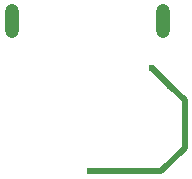
<source format=gbl>
G04 #@! TF.GenerationSoftware,KiCad,Pcbnew,9.0.3*
G04 #@! TF.CreationDate,2025-09-05T20:04:58+02:00*
G04 #@! TF.ProjectId,SwitchHolderAdapter,53776974-6368-4486-9f6c-646572416461,rev?*
G04 #@! TF.SameCoordinates,Original*
G04 #@! TF.FileFunction,Copper,L2,Bot*
G04 #@! TF.FilePolarity,Positive*
%FSLAX46Y46*%
G04 Gerber Fmt 4.6, Leading zero omitted, Abs format (unit mm)*
G04 Created by KiCad (PCBNEW 9.0.3) date 2025-09-05 20:04:58*
%MOMM*%
%LPD*%
G01*
G04 APERTURE LIST*
G04 #@! TA.AperFunction,HeatsinkPad*
%ADD10O,1.200000X2.900000*%
G04 #@! TD*
G04 #@! TA.AperFunction,ViaPad*
%ADD11C,0.600000*%
G04 #@! TD*
G04 #@! TA.AperFunction,Conductor*
%ADD12C,0.500000*%
G04 #@! TD*
G04 APERTURE END LIST*
D10*
X150900000Y-82540000D03*
X138100000Y-82540000D03*
D11*
X151500000Y-88000000D03*
X150000000Y-86500000D03*
X144750000Y-95250000D03*
D12*
X152750000Y-89250000D02*
X151500000Y-88000000D01*
X150750000Y-95250000D02*
X152750000Y-93250000D01*
X144750000Y-95250000D02*
X150750000Y-95250000D01*
X152750000Y-93250000D02*
X152750000Y-89250000D01*
X151500000Y-88000000D02*
X150000000Y-86500000D01*
M02*

</source>
